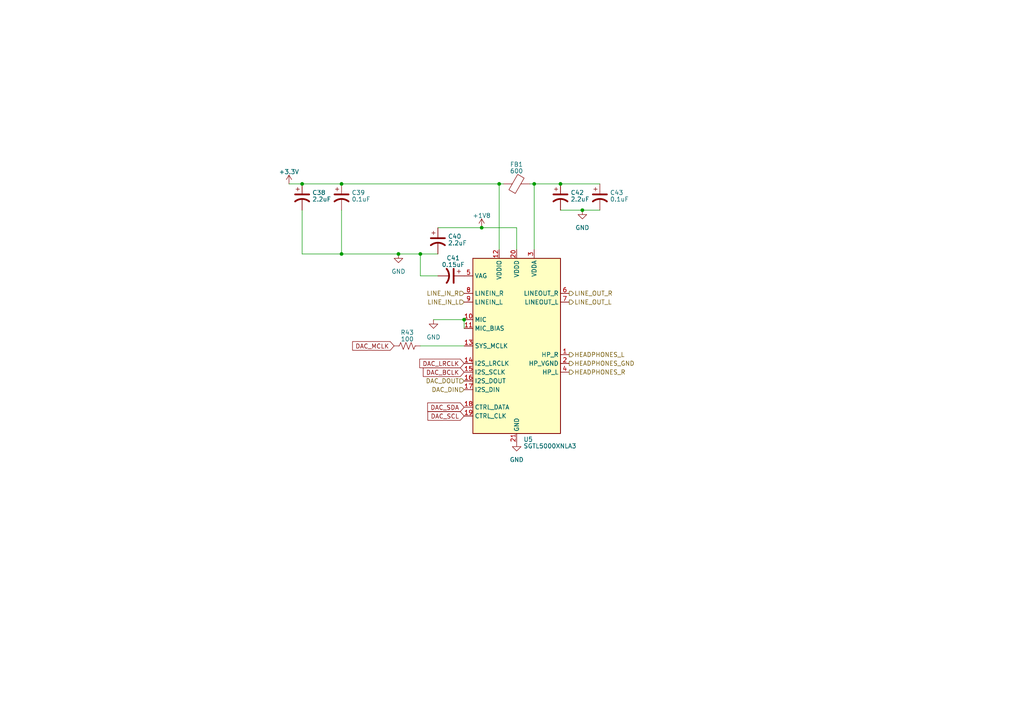
<source format=kicad_sch>
(kicad_sch (version 20230121) (generator eeschema)
  (paper "A4")
  (lib_symbols
    (symbol "Audio:SGTL5000XNLA3"
      (property "Reference" "U" (at 0 0 0))
      (property "Value" "SGTL5000XNLA3" (at -5.08 -27.94 0))
      (symbol "SGTL5000XNLA3_0_1"
        (rectangle (start -12.7 25.4) (end 12.7 -25.4) (stroke (width 0.254)) (fill (type background)))
      )
      (symbol "SGTL5000XNLA3_1_1"
        (pin output line (at 15.24 -2.54 180) (length 2.54) (name "HP_R") (number "1"))
        (pin input line (at -15.24 7.62 0) (length 2.54) (name "MIC") (number "10"))
        (pin input line (at -15.24 5.08 0) (length 2.54) (name "MIC_BIAS") (number "11"))
        (pin power_in line (at -5.08 27.94 270) (length 2.54) (name "VDDIO") (number "12"))
        (pin input line (at -15.24 0 0) (length 2.54) (name "SYS_MCLK") (number "13"))
        (pin input line (at -15.24 -5.08 0) (length 2.54) (name "I2S_LRCLK") (number "14"))
        (pin input line (at -15.24 -7.62 0) (length 2.54) (name "I2S_SCLK") (number "15"))
        (pin output line (at -15.24 -10.16 0) (length 2.54) (name "I2S_DOUT") (number "16"))
        (pin input line (at -15.24 -12.7 0) (length 2.54) (name "I2S_DIN") (number "17"))
        (pin input line (at -15.24 -17.78 0) (length 2.54) (name "CTRL_DATA") (number "18"))
        (pin input line (at -15.24 -20.32 0) (length 2.54) (name "CTRL_CLK") (number "19"))
        (pin power_out line (at 15.24 -5.08 180) (length 2.54) (name "HP_VGND") (number "2"))
        (pin power_in line (at 0 27.94 270) (length 2.54) (name "VDDD") (number "20"))
        (pin power_in line (at 0 -27.94 90) (length 2.54) (name "GND") (number "21"))
        (pin power_in line (at 5.08 27.94 270) (length 2.54) (name "VDDA") (number "3"))
        (pin output line (at 15.24 -7.62 180) (length 2.54) (name "HP_L") (number "4"))
        (pin passive line (at -15.24 20.32 0) (length 2.54) (name "VAG") (number "5"))
        (pin output line (at 15.24 15.24 180) (length 2.54) (name "LINEOUT_R") (number "6"))
        (pin output line (at 15.24 12.7 180) (length 2.54) (name "LINEOUT_L") (number "7"))
        (pin input line (at -15.24 15.24 0) (length 2.54) (name "LINEIN_R") (number "8"))
        (pin input line (at -15.24 12.7 0) (length 2.54) (name "LINEIN_L") (number "9"))
      )
    )
    (symbol "Device:C_Polarized_US" (pin_numbers hide) (pin_names (offset 0.254) hide)
      (property "Reference" "C" (at 0.635 2.54 0))
      (property "Value" "C_Polarized_US" (at 0.635 -2.54 0))
      (symbol "C_Polarized_US_0_1"
        (polyline (pts (xy -2.032 0.762) (xy 2.032 0.762)) (stroke (width 0.508)))
        (polyline (pts (xy -1.778 2.286) (xy -0.762 2.286)))
        (polyline (pts (xy -1.27 1.778) (xy -1.27 2.794)))
        (arc (start 2.032 -1.27) (mid 0 -0.5572) (end -2.032 -1.27) (stroke (width 0.508)))
      )
      (symbol "C_Polarized_US_1_1"
        (pin passive line (at 0 3.81 270) (length 2.794) (name "~") (number "1"))
        (pin passive line (at 0 -3.81 90) (length 3.302) (name "~") (number "2"))
      )
    )
    (symbol "Device:FerriteBead" (pin_numbers hide) (pin_names (offset 0))
      (property "Reference" "FB" (at -3.81 0.635 90))
      (property "Value" "FerriteBead" (at 3.81 0 90))
      (symbol "FerriteBead_0_1"
        (polyline (pts (xy 0 -1.27) (xy 0 -1.2192)))
        (polyline (pts (xy 0 1.27) (xy 0 1.2954)))
        (polyline (pts (xy -2.7686 0.4064) (xy -1.7018 2.2606) (xy 2.7686 -0.3048) (xy 1.6764 -2.159) (xy -2.7686 0.4064)))
      )
      (symbol "FerriteBead_1_1"
        (pin passive line (at 0 3.81 270) (length 2.54) (name "~") (number "1"))
        (pin passive line (at 0 -3.81 90) (length 2.54) (name "~") (number "2"))
      )
    )
    (symbol "Device:R_US" (pin_numbers hide) (pin_names (offset 0))
      (property "Reference" "R" (at 2.54 0 90))
      (property "Value" "R_US" (at -2.54 0 90))
      (symbol "R_US_0_1"
        (polyline (pts (xy 0 -2.286) (xy 0 -2.54)))
        (polyline (pts (xy 0 2.286) (xy 0 2.54)))
        (polyline (pts (xy 0 -0.762) (xy 1.016 -1.143) (xy 0 -1.524) (xy -1.016 -1.905) (xy 0 -2.286)))
        (polyline (pts (xy 0 0.762) (xy 1.016 0.381) (xy 0 0) (xy -1.016 -0.381) (xy 0 -0.762)))
        (polyline (pts (xy 0 2.286) (xy 1.016 1.905) (xy 0 1.524) (xy -1.016 1.143) (xy 0 0.762)))
      )
      (symbol "R_US_1_1"
        (pin passive line (at 0 3.81 270) (length 1.27) (name "~") (number "1"))
        (pin passive line (at 0 -3.81 90) (length 1.27) (name "~") (number "2"))
      )
    )
    (symbol "power:+1V8" (power) (pin_names (offset 0))
      (property "Value" "+1V8" (at 0 3.556 0))
      (symbol "+1V8_0_1"
        (polyline (pts (xy -0.762 1.27) (xy 0 2.54)))
        (polyline (pts (xy 0 0) (xy 0 2.54)))
        (polyline (pts (xy 0 2.54) (xy 0.762 1.27)))
      )
      (symbol "+1V8_1_1"
        (pin power_in line (at 0 0 90) (length 0) hide (name "+1V8") (number "1"))
      )
    )
    (symbol "power:+3.3V" (power) (pin_names (offset 0))
      (property "Value" "+3.3V" (at 0 3.556 0))
      (symbol "+3.3V_0_1"
        (polyline (pts (xy -0.762 1.27) (xy 0 2.54)))
        (polyline (pts (xy 0 0) (xy 0 2.54)))
        (polyline (pts (xy 0 2.54) (xy 0.762 1.27)))
      )
      (symbol "+3.3V_1_1"
        (pin power_in line (at 0 0 90) (length 0) hide (name "+3.3V") (number "1"))
      )
    )
    (symbol "power:GND" (power) (pin_names (offset 0))
      (property "Value" "GND" (at 0 -3.81 0))
      (symbol "GND_0_1"
        (polyline (pts (xy 0 0) (xy 0 -1.27) (xy 1.27 -1.27) (xy 0 -2.54) (xy -1.27 -1.27) (xy 0 -1.27)))
      )
      (symbol "GND_1_1"
        (pin power_in line (at 0 0 270) (length 0) hide (name "GND") (number "1"))
      )
    )
  )
  (junction (at 87.63 53.34))
  (junction (at 139.7 66.04))
  (junction (at 115.57 73.66))
  (junction (at 121.92 73.66))
  (junction (at 154.94 53.34))
  (junction (at 162.56 53.34))
  (junction (at 99.06 73.66))
  (junction (at 99.06 53.34))
  (junction (at 168.91 60.96))
  (junction (at 144.78 53.34))
  (junction (at 134.62 92.71))
  (wire (pts (xy 162.56 53.34) (xy 173.99 53.34)))
  (wire (pts (xy 99.06 53.34) (xy 144.78 53.34)))
  (wire (pts (xy 115.57 73.66) (xy 121.92 73.66)))
  (wire (pts (xy 83.82 53.34) (xy 87.63 53.34)))
  (wire (pts (xy 87.63 53.34) (xy 99.06 53.34)))
  (wire (pts (xy 149.86 66.04) (xy 149.86 72.39)))
  (wire (pts (xy 154.94 53.34) (xy 154.94 72.39)))
  (wire (pts (xy 99.06 73.66) (xy 115.57 73.66)))
  (wire (pts (xy 121.92 73.66) (xy 127 73.66)))
  (wire (pts (xy 121.92 100.33) (xy 134.62 100.33)))
  (wire (pts (xy 121.92 80.01) (xy 121.92 73.66)))
  (wire (pts (xy 139.7 66.04) (xy 149.86 66.04)))
  (wire (pts (xy 144.78 72.39) (xy 144.78 53.34)))
  (wire (pts (xy 99.06 60.96) (xy 99.06 73.66)))
  (wire (pts (xy 162.56 60.96) (xy 168.91 60.96)))
  (wire (pts (xy 153.67 53.34) (xy 154.94 53.34)))
  (wire (pts (xy 154.94 53.34) (xy 162.56 53.34)))
  (wire (pts (xy 127 80.01) (xy 121.92 80.01)))
  (wire (pts (xy 168.91 60.96) (xy 173.99 60.96)))
  (wire (pts (xy 134.62 92.71) (xy 134.62 95.25)))
  (wire (pts (xy 87.63 73.66) (xy 99.06 73.66)))
  (wire (pts (xy 87.63 60.96) (xy 87.63 73.66)))
  (wire (pts (xy 125.73 92.71) (xy 134.62 92.71)))
  (wire (pts (xy 127 66.04) (xy 139.7 66.04)))
  (wire (pts (xy 144.78 53.34) (xy 146.05 53.34)))
  (global_label "DAC_LRCLK" (shape input) (at 134.62 105.41 180) (property "Intersheetrefs" "${INTERSHEET_REFS}" (effects hide)))
  (global_label "DAC_SDA" (shape input) (at 134.62 118.11 180) (property "Intersheetrefs" "${INTERSHEET_REFS}" (effects hide)))
  (global_label "DAC_SCL" (shape input) (at 134.62 120.65 180) (property "Intersheetrefs" "${INTERSHEET_REFS}" (effects hide)))
  (global_label "DAC_BCLK" (shape input) (at 134.62 107.95 180) (property "Intersheetrefs" "${INTERSHEET_REFS}" (effects hide)))
  (global_label "DAC_MCLK" (shape input) (at 114.3 100.33 180) (property "Intersheetrefs" "${INTERSHEET_REFS}" (effects hide)))
  (hierarchical_label "LINE_OUT_R" (shape output) (at 165.1 85.09 0))
  (hierarchical_label "DAC_DOUT" (shape input) (at 134.62 110.49 180))
  (hierarchical_label "HEADPHONES_GND" (shape output) (at 165.1 105.41 0))
  (hierarchical_label "LINE_IN_R" (shape input) (at 134.62 85.09 180))
  (hierarchical_label "HEADPHONES_R" (shape output) (at 165.1 107.95 0))
  (hierarchical_label "DAC_DIN" (shape input) (at 134.62 113.03 180))
  (hierarchical_label "LINE_IN_L" (shape input) (at 134.62 87.63 180))
  (hierarchical_label "LINE_OUT_L" (shape output) (at 165.1 87.63 0))
  (hierarchical_label "HEADPHONES_L" (shape output) (at 165.1 102.87 0))
  (symbol (lib_id "Device:C_Polarized_US") (at 99.06 57.15 0) (unit 1)
    (property "Reference" "C39" (at 101.981 55.8713 0) (effects (justify left)))
    (property "Value" "0.1uF" (at 101.981 57.7923 0) (effects (justify left)))
    (property "Footprint" "Capacitor_SMD:C_0603_1608Metric" (effects hide))
    (instances (project "body" (path "" (reference "C39") (unit 1)) (path "" (reference "C45") (unit 1)) (path "" (reference "C51") (unit 1))) (project "stomp_00" (path "" (reference "C19") (unit 1))))
  )
  (symbol (lib_id "Device:C_Polarized_US") (at 87.63 57.15 0) (unit 1)
    (property "Reference" "C38" (at 90.551 55.8713 0) (effects (justify left)))
    (property "Value" "2.2uF" (at 90.551 57.7923 0) (effects (justify left)))
    (property "Footprint" "Capacitor_SMD:C_0603_1608Metric" (effects hide))
    (instances (project "body" (path "" (reference "C38") (unit 1)) (path "" (reference "C44") (unit 1)) (path "" (reference "C50") (unit 1))) (project "stomp_00" (path "" (reference "C18") (unit 1))))
  )
  (symbol (lib_id "power:GND") (at 125.73 92.71 0) (unit 1)
    (property "Reference" "#PWR053" (effects hide))
    (property "Value" "GND" (at 125.73 97.79 0))
    (instances (project "body" (path "" (reference "#PWR053") (unit 1)) (path "" (reference "#PWR059") (unit 1)) (path "" (reference "#PWR065") (unit 1))) (project "dk2_01" (path "" (reference "#PWR044") (unit 1))) (project "stomp_00" (path "" (reference "#PWR02") (unit 1)) (path "" (reference "#PWR02") (unit 1)) (path "" (reference "#PWR028") (unit 1))))
  )
  (symbol (lib_id "Device:C_Polarized_US") (at 127 69.85 0) (unit 1)
    (property "Reference" "C40" (at 129.921 68.5713 0) (effects (justify left)))
    (property "Value" "2.2uF" (at 129.921 70.4923 0) (effects (justify left)))
    (property "Footprint" "Capacitor_SMD:C_0603_1608Metric" (effects hide))
    (instances (project "body" (path "" (reference "C40") (unit 1)) (path "" (reference "C46") (unit 1)) (path "" (reference "C52") (unit 1))) (project "stomp_00" (path "" (reference "C21") (unit 1))))
  )
  (symbol (lib_id "Device:C_Polarized_US") (at 173.99 57.15 0) (unit 1)
    (property "Reference" "C43" (at 176.911 55.8713 0) (effects (justify left)))
    (property "Value" "0.1uF" (at 176.911 57.7923 0) (effects (justify left)))
    (property "Footprint" "Capacitor_SMD:C_0603_1608Metric" (effects hide))
    (instances (project "body" (path "" (reference "C43") (unit 1)) (path "" (reference "C49") (unit 1)) (path "" (reference "C55") (unit 1))) (project "stomp_00" (path "" (reference "C24") (unit 1))))
  )
  (symbol (lib_id "Device:R_US") (at 118.11 100.33 270) (unit 1)
    (property "Reference" "R43" (at 118.11 96.4311 90))
    (property "Value" "100" (at 118.11 98.3521 90))
    (property "Footprint" "Resistor_SMD:R_0603_1608Metric" (effects hide))
    (instances (project "body" (path "" (reference "R43") (unit 1)) (path "" (reference "R44") (unit 1)) (path "" (reference "R45") (unit 1))) (project "stomp_00" (path "" (reference "R20") (unit 1))))
  )
  (symbol (lib_id "Audio:SGTL5000XNLA3") (at 149.86 100.33 0) (unit 1)
    (property "Reference" "U5" (at 151.8159 127.4525 0) (effects (justify left)))
    (property "Value" "SGTL5000XNLA3" (at 151.8159 129.3735 0) (effects (justify left)))
    (property "Footprint" "Package_DFN_QFN:QFN-20-1EP_3x3mm_P0.4mm_EP1.65x1.65mm" (effects hide))
    (property "Datasheet" "https://www.nxp.com/docs/en/data-sheet/SGTL5000.pdf" (effects hide))
    (instances (project "body" (path "" (reference "U5") (unit 1)) (path "" (reference "U6") (unit 1)) (path "" (reference "U7") (unit 1))) (project "stomp_00" (path "" (reference "U5") (unit 1))))
  )
  (symbol (lib_id "Device:C_Polarized_US") (at 130.81 80.01 270) (unit 1)
    (property "Reference" "C41" (at 131.445 74.8411 90))
    (property "Value" "0.15uF" (at 131.445 76.7621 90))
    (property "Footprint" "Capacitor_SMD:C_0603_1608Metric" (effects hide))
    (instances (project "body" (path "" (reference "C41") (unit 1)) (path "" (reference "C47") (unit 1)) (path "" (reference "C53") (unit 1))) (project "stomp_00" (path "" (reference "C22") (unit 1))))
  )
  (symbol (lib_id "Device:FerriteBead") (at 149.86 53.34 90) (unit 1)
    (property "Reference" "FB1" (at 149.8092 47.6885 90))
    (property "Value" "600" (at 149.8092 49.6095 90))
    (property "Footprint" "Inductor_SMD:L_0603_1608Metric" (effects hide))
    (instances (project "body" (path "" (reference "FB1") (unit 1)) (path "" (reference "FB2") (unit 1)) (path "" (reference "FB3") (unit 1))) (project "stomp_00" (path "" (reference "FB1") (unit 1))))
  )
  (symbol (lib_id "power:+1V8") (at 139.7 66.04 0) (unit 1)
    (property "Reference" "#PWR054" (effects hide))
    (property "Value" "+1V8" (at 139.7 62.5381 0))
    (instances (project "body" (path "" (reference "#PWR054") (unit 1)) (path "" (reference "#PWR060") (unit 1)) (path "" (reference "#PWR066") (unit 1))) (project "stomp_00" (path "" (reference "#PWR03") (unit 1)) (path "" (reference "#PWR029") (unit 1))))
  )
  (symbol (lib_id "power:+3.3V") (at 83.82 53.34 0) (unit 1)
    (property "Reference" "#PWR051" (effects hide))
    (property "Value" "+3.3V" (at 83.82 49.8381 0))
    (instances (project "body" (path "" (reference "#PWR051") (unit 1)) (path "" (reference "#PWR057") (unit 1)) (path "" (reference "#PWR063") (unit 1))) (project "stomp_00" (path "" (reference "#PWR01") (unit 1)) (path "" (reference "#PWR025") (unit 1))))
  )
  (symbol (lib_id "power:GND") (at 115.57 73.66 0) (unit 1)
    (property "Reference" "#PWR052" (effects hide))
    (property "Value" "GND" (at 115.57 78.74 0))
    (instances (project "body" (path "" (reference "#PWR052") (unit 1)) (path "" (reference "#PWR058") (unit 1)) (path "" (reference "#PWR064") (unit 1))) (project "dk2_01" (path "" (reference "#PWR044") (unit 1))) (project "stomp_00" (path "" (reference "#PWR02") (unit 1)) (path "" (reference "#PWR02") (unit 1)) (path "" (reference "#PWR027") (unit 1))))
  )
  (symbol (lib_id "power:GND") (at 149.86 128.27 0) (unit 1)
    (property "Reference" "#PWR055" (effects hide))
    (property "Value" "GND" (at 149.86 133.35 0))
    (instances (project "body" (path "" (reference "#PWR055") (unit 1)) (path "" (reference "#PWR061") (unit 1)) (path "" (reference "#PWR067") (unit 1))) (project "dk2_01" (path "" (reference "#PWR044") (unit 1))) (project "stomp_00" (path "" (reference "#PWR02") (unit 1)) (path "" (reference "#PWR02") (unit 1)) (path "" (reference "#PWR030") (unit 1))))
  )
  (symbol (lib_id "Device:C_Polarized_US") (at 162.56 57.15 0) (unit 1)
    (property "Reference" "C42" (at 165.481 55.8713 0) (effects (justify left)))
    (property "Value" "2.2uF" (at 165.481 57.7923 0) (effects (justify left)))
    (property "Footprint" "Capacitor_SMD:C_0603_1608Metric" (effects hide))
    (instances (project "body" (path "" (reference "C42") (unit 1)) (path "" (reference "C48") (unit 1)) (path "" (reference "C54") (unit 1))) (project "stomp_00" (path "" (reference "C23") (unit 1))))
  )
  (symbol (lib_id "power:GND") (at 168.91 60.96 0) (unit 1)
    (property "Reference" "#PWR056" (effects hide))
    (property "Value" "GND" (at 168.91 66.04 0))
    (instances (project "body" (path "" (reference "#PWR056") (unit 1)) (path "" (reference "#PWR062") (unit 1)) (path "" (reference "#PWR068") (unit 1))) (project "dk2_01" (path "" (reference "#PWR044") (unit 1))) (project "stomp_00" (path "" (reference "#PWR02") (unit 1)) (path "" (reference "#PWR02") (unit 1)) (path "" (reference "#PWR031") (unit 1))))
  )
)
</source>
